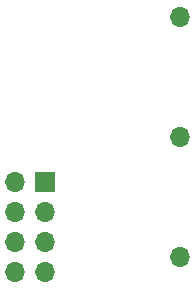
<source format=gbr>
%TF.GenerationSoftware,KiCad,Pcbnew,8.0.4-8.0.4-0~ubuntu22.04.1*%
%TF.CreationDate,2024-08-03T19:16:44+03:00*%
%TF.ProjectId,PM-CPU-ESP-front,504d2d43-5055-42d4-9553-502d66726f6e,rev?*%
%TF.SameCoordinates,Original*%
%TF.FileFunction,Soldermask,Top*%
%TF.FilePolarity,Negative*%
%FSLAX46Y46*%
G04 Gerber Fmt 4.6, Leading zero omitted, Abs format (unit mm)*
G04 Created by KiCad (PCBNEW 8.0.4-8.0.4-0~ubuntu22.04.1) date 2024-08-03 19:16:44*
%MOMM*%
%LPD*%
G01*
G04 APERTURE LIST*
%ADD10O,1.700000X1.700000*%
%ADD11R,1.700000X1.700000*%
G04 APERTURE END LIST*
D10*
%TO.C,D3*%
X153670000Y-102870000D03*
%TD*%
%TO.C,D2*%
X153670000Y-92710000D03*
%TD*%
%TO.C,D1*%
X153670000Y-82550000D03*
%TD*%
D11*
%TO.C,J2*%
X142240000Y-96520000D03*
D10*
X139700000Y-96520000D03*
X142240000Y-99060000D03*
X139700000Y-99060000D03*
X142240000Y-101600000D03*
X139700000Y-101600000D03*
X142240000Y-104140000D03*
X139700000Y-104140000D03*
%TD*%
M02*

</source>
